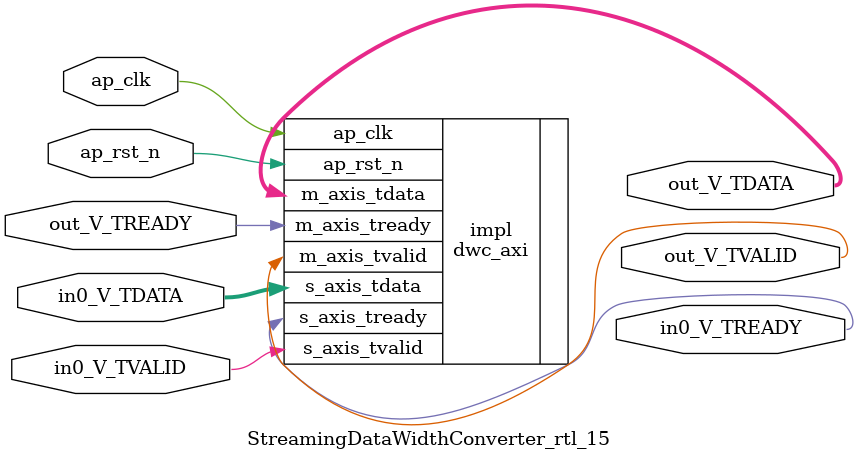
<source format=v>
/******************************************************************************
 * Copyright (C) 2023, Advanced Micro Devices, Inc.
 * All rights reserved.
 *
 * Redistribution and use in source and binary forms, with or without
 * modification, are permitted provided that the following conditions are met:
 *
 *  1. Redistributions of source code must retain the above copyright notice,
 *     this list of conditions and the following disclaimer.
 *
 *  2. Redistributions in binary form must reproduce the above copyright
 *     notice, this list of conditions and the following disclaimer in the
 *     documentation and/or other materials provided with the distribution.
 *
 *  3. Neither the name of the copyright holder nor the names of its
 *     contributors may be used to endorse or promote products derived from
 *     this software without specific prior written permission.
 *
 * THIS SOFTWARE IS PROVIDED BY THE COPYRIGHT HOLDERS AND CONTRIBUTORS "AS IS"
 * AND ANY EXPRESS OR IMPLIED WARRANTIES, INCLUDING, BUT NOT LIMITED TO,
 * THE IMPLIED WARRANTIES OF MERCHANTABILITY AND FITNESS FOR A PARTICULAR
 * PURPOSE ARE DISCLAIMED. IN NO EVENT SHALL THE COPYRIGHT HOLDER OR
 * CONTRIBUTORS BE LIABLE FOR ANY DIRECT, INDIRECT, INCIDENTAL, SPECIAL,
 * EXEMPLARY, OR CONSEQUENTIAL DAMAGES (INCLUDING, BUT NOT LIMITED TO,
 * PROCUREMENT OF SUBSTITUTE GOODS OR SERVICES; LOSS OF USE, DATA, OR PROFITS;
 * OR BUSINESS INTERRUPTION). HOWEVER CAUSED AND ON ANY THEORY OF LIABILITY,
 * WHETHER IN CONTRACT, STRICT LIABILITY, OR TORT (INCLUDING NEGLIGENCE OR
 * OTHERWISE) ARISING IN ANY WAY OUT OF THE USE OF THIS SOFTWARE, EVEN IF
 * ADVISED OF THE POSSIBILITY OF SUCH DAMAGE.
 *****************************************************************************/

module StreamingDataWidthConverter_rtl_15 #(
	parameter  IBITS = 512,
	parameter  OBITS = 8,

	parameter  AXI_IBITS = (IBITS+7)/8 * 8,
	parameter  AXI_OBITS = (OBITS+7)/8 * 8
)(
	//- Global Control ------------------
	(* X_INTERFACE_INFO = "xilinx.com:signal:clock:1.0 ap_clk CLK" *)
	(* X_INTERFACE_PARAMETER = "ASSOCIATED_BUSIF in0_V:out_V, ASSOCIATED_RESET ap_rst_n" *)
	input	ap_clk,
	(* X_INTERFACE_PARAMETER = "POLARITY ACTIVE_LOW" *)
	input	ap_rst_n,

	//- AXI Stream - Input --------------
	output	in0_V_TREADY,
	input	in0_V_TVALID,
	input	[AXI_IBITS-1:0]  in0_V_TDATA,

	//- AXI Stream - Output -------------
	input	out_V_TREADY,
	output	out_V_TVALID,
	output	[AXI_OBITS-1:0]  out_V_TDATA
);

	dwc_axi #(
		.IBITS(IBITS),
		.OBITS(OBITS)
	) impl (
		.ap_clk(ap_clk),
		.ap_rst_n(ap_rst_n),
		.s_axis_tready(in0_V_TREADY),
		.s_axis_tvalid(in0_V_TVALID),
		.s_axis_tdata(in0_V_TDATA),
		.m_axis_tready(out_V_TREADY),
		.m_axis_tvalid(out_V_TVALID),
		.m_axis_tdata(out_V_TDATA)
	);

endmodule

</source>
